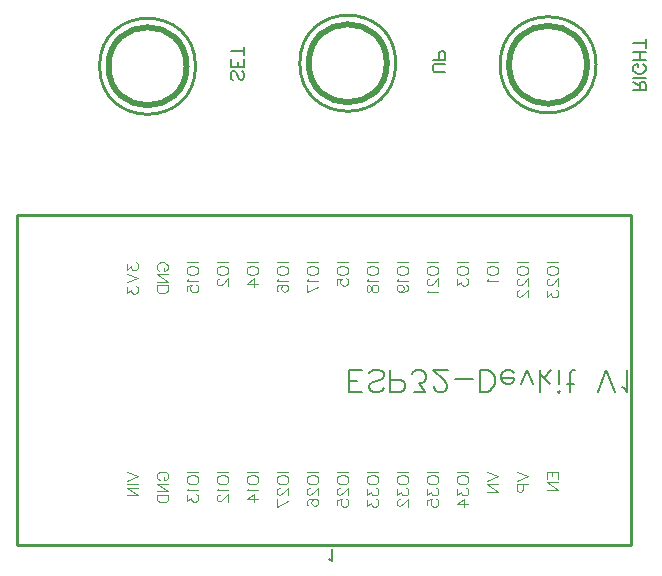
<source format=gbo>
G04 Layer: BottomSilkLayer*
G04 EasyEDA v6.4.25, 2021-12-28T21:41:51+00:00*
G04 Gerber Generator version 0.2*
G04 Scale: 100 percent, Rotated: No, Reflected: No *
G04 Dimensions in millimeters *
G04 leading zeros omitted , absolute positions ,4 integer and 5 decimal *
%FSLAX45Y45*%
%MOMM*%

%ADD10C,0.2540*%
%ADD24C,0.1524*%
%ADD25C,0.5000*%
%ADD26C,0.0813*%
%ADD27C,0.1544*%

%LPD*%
D24*
X2641600Y4439412D02*
G01*
X2652013Y4434078D01*
X2667508Y4418584D01*
X2667508Y4527550D01*
D26*
X927735Y6940118D02*
G01*
X927735Y6889318D01*
X964564Y6917004D01*
X964564Y6903034D01*
X969137Y6893890D01*
X973962Y6889318D01*
X987679Y6884746D01*
X996822Y6884746D01*
X1010793Y6889318D01*
X1019937Y6898462D01*
X1024762Y6912432D01*
X1024762Y6926148D01*
X1019937Y6940118D01*
X1015364Y6944690D01*
X1006220Y6949262D01*
X927735Y6854266D02*
G01*
X1024762Y6817182D01*
X927735Y6780352D02*
G01*
X1024762Y6817182D01*
X927735Y6740474D02*
G01*
X927735Y6689674D01*
X964564Y6717360D01*
X964564Y6703644D01*
X969137Y6694246D01*
X973962Y6689674D01*
X987679Y6685102D01*
X996822Y6685102D01*
X1010793Y6689674D01*
X1019937Y6699072D01*
X1024762Y6712788D01*
X1024762Y6726758D01*
X1019937Y6740474D01*
X1015364Y6745046D01*
X1006220Y6749872D01*
X1204848Y6879920D02*
G01*
X1195451Y6884746D01*
X1186306Y6893890D01*
X1181735Y6903034D01*
X1181735Y6921576D01*
X1186306Y6930720D01*
X1195451Y6940118D01*
X1204848Y6944690D01*
X1218564Y6949262D01*
X1241679Y6949262D01*
X1255648Y6944690D01*
X1264793Y6940118D01*
X1273937Y6930720D01*
X1278762Y6921576D01*
X1278762Y6903034D01*
X1273937Y6893890D01*
X1264793Y6884746D01*
X1255648Y6879920D01*
X1241679Y6879920D01*
X1241679Y6903034D02*
G01*
X1241679Y6879920D01*
X1181735Y6849440D02*
G01*
X1278762Y6849440D01*
X1181735Y6849440D02*
G01*
X1278762Y6784924D01*
X1181735Y6784924D02*
G01*
X1278762Y6784924D01*
X1181735Y6754444D02*
G01*
X1278762Y6754444D01*
X1181735Y6754444D02*
G01*
X1181735Y6722186D01*
X1186306Y6708216D01*
X1195451Y6699072D01*
X1204848Y6694246D01*
X1218564Y6689674D01*
X1241679Y6689674D01*
X1255648Y6694246D01*
X1264793Y6699072D01*
X1273937Y6708216D01*
X1278762Y6722186D01*
X1278762Y6754444D01*
X1435735Y6949262D02*
G01*
X1532762Y6949262D01*
X1435735Y6891096D02*
G01*
X1440306Y6900240D01*
X1449451Y6909638D01*
X1458848Y6914210D01*
X1472564Y6918782D01*
X1495679Y6918782D01*
X1509648Y6914210D01*
X1518793Y6909638D01*
X1527937Y6900240D01*
X1532762Y6891096D01*
X1532762Y6872554D01*
X1527937Y6863410D01*
X1518793Y6854266D01*
X1509648Y6849440D01*
X1495679Y6844868D01*
X1472564Y6844868D01*
X1458848Y6849440D01*
X1449451Y6854266D01*
X1440306Y6863410D01*
X1435735Y6872554D01*
X1435735Y6891096D01*
X1454022Y6814388D02*
G01*
X1449451Y6805244D01*
X1435735Y6791274D01*
X1532762Y6791274D01*
X1435735Y6705422D02*
G01*
X1435735Y6751650D01*
X1477137Y6756222D01*
X1472564Y6751650D01*
X1467993Y6737680D01*
X1467993Y6723964D01*
X1472564Y6709994D01*
X1481962Y6700850D01*
X1495679Y6696278D01*
X1504822Y6696278D01*
X1518793Y6700850D01*
X1527937Y6709994D01*
X1532762Y6723964D01*
X1532762Y6737680D01*
X1527937Y6751650D01*
X1523364Y6756222D01*
X1514220Y6760794D01*
X1689735Y6949262D02*
G01*
X1786762Y6949262D01*
X1689735Y6891096D02*
G01*
X1694306Y6900240D01*
X1703451Y6909638D01*
X1712848Y6914210D01*
X1726564Y6918782D01*
X1749679Y6918782D01*
X1763648Y6914210D01*
X1772793Y6909638D01*
X1781937Y6900240D01*
X1786762Y6891096D01*
X1786762Y6872554D01*
X1781937Y6863410D01*
X1772793Y6854266D01*
X1763648Y6849440D01*
X1749679Y6844868D01*
X1726564Y6844868D01*
X1712848Y6849440D01*
X1703451Y6854266D01*
X1694306Y6863410D01*
X1689735Y6872554D01*
X1689735Y6891096D01*
X1712848Y6809816D02*
G01*
X1708022Y6809816D01*
X1698879Y6805244D01*
X1694306Y6800672D01*
X1689735Y6791274D01*
X1689735Y6772986D01*
X1694306Y6763588D01*
X1698879Y6759016D01*
X1708022Y6754444D01*
X1717420Y6754444D01*
X1726564Y6759016D01*
X1740535Y6768160D01*
X1786762Y6814388D01*
X1786762Y6749872D01*
X1943734Y6949262D02*
G01*
X2040763Y6949262D01*
X1943734Y6891096D02*
G01*
X1948306Y6900240D01*
X1957450Y6909638D01*
X1966849Y6914210D01*
X1980565Y6918782D01*
X2003679Y6918782D01*
X2017649Y6914210D01*
X2026793Y6909638D01*
X2035936Y6900240D01*
X2040763Y6891096D01*
X2040763Y6872554D01*
X2035936Y6863410D01*
X2026793Y6854266D01*
X2017649Y6849440D01*
X2003679Y6844868D01*
X1980565Y6844868D01*
X1966849Y6849440D01*
X1957450Y6854266D01*
X1948306Y6863410D01*
X1943734Y6872554D01*
X1943734Y6891096D01*
X1943734Y6768160D02*
G01*
X2008250Y6814388D01*
X2008250Y6745046D01*
X1943734Y6768160D02*
G01*
X2040763Y6768160D01*
X2197734Y6949262D02*
G01*
X2294763Y6949262D01*
X2197734Y6891096D02*
G01*
X2202306Y6900240D01*
X2211450Y6909638D01*
X2220849Y6914210D01*
X2234565Y6918782D01*
X2257679Y6918782D01*
X2271649Y6914210D01*
X2280793Y6909638D01*
X2289936Y6900240D01*
X2294763Y6891096D01*
X2294763Y6872554D01*
X2289936Y6863410D01*
X2280793Y6854266D01*
X2271649Y6849440D01*
X2257679Y6844868D01*
X2234565Y6844868D01*
X2220849Y6849440D01*
X2211450Y6854266D01*
X2202306Y6863410D01*
X2197734Y6872554D01*
X2197734Y6891096D01*
X2216022Y6814388D02*
G01*
X2211450Y6805244D01*
X2197734Y6791274D01*
X2294763Y6791274D01*
X2211450Y6705422D02*
G01*
X2202306Y6709994D01*
X2197734Y6723964D01*
X2197734Y6733108D01*
X2202306Y6747078D01*
X2216022Y6756222D01*
X2239136Y6760794D01*
X2262250Y6760794D01*
X2280793Y6756222D01*
X2289936Y6747078D01*
X2294763Y6733108D01*
X2294763Y6728536D01*
X2289936Y6714566D01*
X2280793Y6705422D01*
X2266822Y6700850D01*
X2262250Y6700850D01*
X2248534Y6705422D01*
X2239136Y6714566D01*
X2234565Y6728536D01*
X2234565Y6733108D01*
X2239136Y6747078D01*
X2248534Y6756222D01*
X2262250Y6760794D01*
X2451734Y6949262D02*
G01*
X2548763Y6949262D01*
X2451734Y6891096D02*
G01*
X2456306Y6900240D01*
X2465450Y6909638D01*
X2474849Y6914210D01*
X2488565Y6918782D01*
X2511679Y6918782D01*
X2525649Y6914210D01*
X2534793Y6909638D01*
X2543936Y6900240D01*
X2548763Y6891096D01*
X2548763Y6872554D01*
X2543936Y6863410D01*
X2534793Y6854266D01*
X2525649Y6849440D01*
X2511679Y6844868D01*
X2488565Y6844868D01*
X2474849Y6849440D01*
X2465450Y6854266D01*
X2456306Y6863410D01*
X2451734Y6872554D01*
X2451734Y6891096D01*
X2470022Y6814388D02*
G01*
X2465450Y6805244D01*
X2451734Y6791274D01*
X2548763Y6791274D01*
X2451734Y6696278D02*
G01*
X2548763Y6742506D01*
X2451734Y6760794D02*
G01*
X2451734Y6696278D01*
X2705734Y6949262D02*
G01*
X2802763Y6949262D01*
X2705734Y6891096D02*
G01*
X2710306Y6900240D01*
X2719450Y6909638D01*
X2728849Y6914210D01*
X2742565Y6918782D01*
X2765679Y6918782D01*
X2779649Y6914210D01*
X2788793Y6909638D01*
X2797936Y6900240D01*
X2802763Y6891096D01*
X2802763Y6872554D01*
X2797936Y6863410D01*
X2788793Y6854266D01*
X2779649Y6849440D01*
X2765679Y6844868D01*
X2742565Y6844868D01*
X2728849Y6849440D01*
X2719450Y6854266D01*
X2710306Y6863410D01*
X2705734Y6872554D01*
X2705734Y6891096D01*
X2705734Y6759016D02*
G01*
X2705734Y6805244D01*
X2747136Y6809816D01*
X2742565Y6805244D01*
X2737993Y6791274D01*
X2737993Y6777558D01*
X2742565Y6763588D01*
X2751963Y6754444D01*
X2765679Y6749872D01*
X2774822Y6749872D01*
X2788793Y6754444D01*
X2797936Y6763588D01*
X2802763Y6777558D01*
X2802763Y6791274D01*
X2797936Y6805244D01*
X2793365Y6809816D01*
X2784220Y6814388D01*
X2959734Y6949262D02*
G01*
X3056763Y6949262D01*
X2959734Y6891096D02*
G01*
X2964306Y6900240D01*
X2973450Y6909638D01*
X2982849Y6914210D01*
X2996565Y6918782D01*
X3019679Y6918782D01*
X3033649Y6914210D01*
X3042793Y6909638D01*
X3051936Y6900240D01*
X3056763Y6891096D01*
X3056763Y6872554D01*
X3051936Y6863410D01*
X3042793Y6854266D01*
X3033649Y6849440D01*
X3019679Y6844868D01*
X2996565Y6844868D01*
X2982849Y6849440D01*
X2973450Y6854266D01*
X2964306Y6863410D01*
X2959734Y6872554D01*
X2959734Y6891096D01*
X2978022Y6814388D02*
G01*
X2973450Y6805244D01*
X2959734Y6791274D01*
X3056763Y6791274D01*
X2959734Y6737680D02*
G01*
X2964306Y6751650D01*
X2973450Y6756222D01*
X2982849Y6756222D01*
X2991993Y6751650D01*
X2996565Y6742506D01*
X3001136Y6723964D01*
X3005963Y6709994D01*
X3015106Y6700850D01*
X3024250Y6696278D01*
X3038220Y6696278D01*
X3047365Y6700850D01*
X3051936Y6705422D01*
X3056763Y6719392D01*
X3056763Y6737680D01*
X3051936Y6751650D01*
X3047365Y6756222D01*
X3038220Y6760794D01*
X3024250Y6760794D01*
X3015106Y6756222D01*
X3005963Y6747078D01*
X3001136Y6733108D01*
X2996565Y6714566D01*
X2991993Y6705422D01*
X2982849Y6700850D01*
X2973450Y6700850D01*
X2964306Y6705422D01*
X2959734Y6719392D01*
X2959734Y6737680D01*
X3213734Y6949262D02*
G01*
X3310763Y6949262D01*
X3213734Y6891096D02*
G01*
X3218306Y6900240D01*
X3227450Y6909638D01*
X3236849Y6914210D01*
X3250565Y6918782D01*
X3273679Y6918782D01*
X3287649Y6914210D01*
X3296793Y6909638D01*
X3305936Y6900240D01*
X3310763Y6891096D01*
X3310763Y6872554D01*
X3305936Y6863410D01*
X3296793Y6854266D01*
X3287649Y6849440D01*
X3273679Y6844868D01*
X3250565Y6844868D01*
X3236849Y6849440D01*
X3227450Y6854266D01*
X3218306Y6863410D01*
X3213734Y6872554D01*
X3213734Y6891096D01*
X3232022Y6814388D02*
G01*
X3227450Y6805244D01*
X3213734Y6791274D01*
X3310763Y6791274D01*
X3245993Y6700850D02*
G01*
X3259963Y6705422D01*
X3269106Y6714566D01*
X3273679Y6728536D01*
X3273679Y6733108D01*
X3269106Y6747078D01*
X3259963Y6756222D01*
X3245993Y6760794D01*
X3241420Y6760794D01*
X3227450Y6756222D01*
X3218306Y6747078D01*
X3213734Y6733108D01*
X3213734Y6728536D01*
X3218306Y6714566D01*
X3227450Y6705422D01*
X3245993Y6700850D01*
X3269106Y6700850D01*
X3292220Y6705422D01*
X3305936Y6714566D01*
X3310763Y6728536D01*
X3310763Y6737680D01*
X3305936Y6751650D01*
X3296793Y6756222D01*
X3467734Y6949262D02*
G01*
X3564763Y6949262D01*
X3467734Y6891096D02*
G01*
X3472306Y6900240D01*
X3481450Y6909638D01*
X3490849Y6914210D01*
X3504565Y6918782D01*
X3527679Y6918782D01*
X3541649Y6914210D01*
X3550793Y6909638D01*
X3559936Y6900240D01*
X3564763Y6891096D01*
X3564763Y6872554D01*
X3559936Y6863410D01*
X3550793Y6854266D01*
X3541649Y6849440D01*
X3527679Y6844868D01*
X3504565Y6844868D01*
X3490849Y6849440D01*
X3481450Y6854266D01*
X3472306Y6863410D01*
X3467734Y6872554D01*
X3467734Y6891096D01*
X3490849Y6809816D02*
G01*
X3486022Y6809816D01*
X3476879Y6805244D01*
X3472306Y6800672D01*
X3467734Y6791274D01*
X3467734Y6772986D01*
X3472306Y6763588D01*
X3476879Y6759016D01*
X3486022Y6754444D01*
X3495420Y6754444D01*
X3504565Y6759016D01*
X3518534Y6768160D01*
X3564763Y6814388D01*
X3564763Y6749872D01*
X3486022Y6719392D02*
G01*
X3481450Y6709994D01*
X3467734Y6696278D01*
X3564763Y6696278D01*
X3721734Y6949262D02*
G01*
X3818763Y6949262D01*
X3721734Y6891096D02*
G01*
X3726306Y6900240D01*
X3735450Y6909638D01*
X3744849Y6914210D01*
X3758565Y6918782D01*
X3781679Y6918782D01*
X3795649Y6914210D01*
X3804793Y6909638D01*
X3813936Y6900240D01*
X3818763Y6891096D01*
X3818763Y6872554D01*
X3813936Y6863410D01*
X3804793Y6854266D01*
X3795649Y6849440D01*
X3781679Y6844868D01*
X3758565Y6844868D01*
X3744849Y6849440D01*
X3735450Y6854266D01*
X3726306Y6863410D01*
X3721734Y6872554D01*
X3721734Y6891096D01*
X3721734Y6805244D02*
G01*
X3721734Y6754444D01*
X3758565Y6782130D01*
X3758565Y6768160D01*
X3763136Y6759016D01*
X3767963Y6754444D01*
X3781679Y6749872D01*
X3790822Y6749872D01*
X3804793Y6754444D01*
X3813936Y6763588D01*
X3818763Y6777558D01*
X3818763Y6791274D01*
X3813936Y6805244D01*
X3809365Y6809816D01*
X3800220Y6814388D01*
X3975734Y6949262D02*
G01*
X4072763Y6949262D01*
X3975734Y6891096D02*
G01*
X3980306Y6900240D01*
X3989450Y6909638D01*
X3998849Y6914210D01*
X4012565Y6918782D01*
X4035679Y6918782D01*
X4049649Y6914210D01*
X4058793Y6909638D01*
X4067936Y6900240D01*
X4072763Y6891096D01*
X4072763Y6872554D01*
X4067936Y6863410D01*
X4058793Y6854266D01*
X4049649Y6849440D01*
X4035679Y6844868D01*
X4012565Y6844868D01*
X3998849Y6849440D01*
X3989450Y6854266D01*
X3980306Y6863410D01*
X3975734Y6872554D01*
X3975734Y6891096D01*
X3994022Y6814388D02*
G01*
X3989450Y6805244D01*
X3975734Y6791274D01*
X4072763Y6791274D01*
X4229734Y6949262D02*
G01*
X4326763Y6949262D01*
X4229734Y6891096D02*
G01*
X4234306Y6900240D01*
X4243450Y6909638D01*
X4252849Y6914210D01*
X4266565Y6918782D01*
X4289679Y6918782D01*
X4303649Y6914210D01*
X4312793Y6909638D01*
X4321936Y6900240D01*
X4326763Y6891096D01*
X4326763Y6872554D01*
X4321936Y6863410D01*
X4312793Y6854266D01*
X4303649Y6849440D01*
X4289679Y6844868D01*
X4266565Y6844868D01*
X4252849Y6849440D01*
X4243450Y6854266D01*
X4234306Y6863410D01*
X4229734Y6872554D01*
X4229734Y6891096D01*
X4252849Y6809816D02*
G01*
X4248022Y6809816D01*
X4238879Y6805244D01*
X4234306Y6800672D01*
X4229734Y6791274D01*
X4229734Y6772986D01*
X4234306Y6763588D01*
X4238879Y6759016D01*
X4248022Y6754444D01*
X4257420Y6754444D01*
X4266565Y6759016D01*
X4280534Y6768160D01*
X4326763Y6814388D01*
X4326763Y6749872D01*
X4252849Y6714566D02*
G01*
X4248022Y6714566D01*
X4238879Y6709994D01*
X4234306Y6705422D01*
X4229734Y6696278D01*
X4229734Y6677736D01*
X4234306Y6668592D01*
X4238879Y6663766D01*
X4248022Y6659194D01*
X4257420Y6659194D01*
X4266565Y6663766D01*
X4280534Y6673164D01*
X4326763Y6719392D01*
X4326763Y6654622D01*
X4483734Y6949262D02*
G01*
X4580763Y6949262D01*
X4483734Y6891096D02*
G01*
X4488306Y6900240D01*
X4497450Y6909638D01*
X4506849Y6914210D01*
X4520565Y6918782D01*
X4543679Y6918782D01*
X4557649Y6914210D01*
X4566793Y6909638D01*
X4575936Y6900240D01*
X4580763Y6891096D01*
X4580763Y6872554D01*
X4575936Y6863410D01*
X4566793Y6854266D01*
X4557649Y6849440D01*
X4543679Y6844868D01*
X4520565Y6844868D01*
X4506849Y6849440D01*
X4497450Y6854266D01*
X4488306Y6863410D01*
X4483734Y6872554D01*
X4483734Y6891096D01*
X4506849Y6809816D02*
G01*
X4502022Y6809816D01*
X4492879Y6805244D01*
X4488306Y6800672D01*
X4483734Y6791274D01*
X4483734Y6772986D01*
X4488306Y6763588D01*
X4492879Y6759016D01*
X4502022Y6754444D01*
X4511420Y6754444D01*
X4520565Y6759016D01*
X4534534Y6768160D01*
X4580763Y6814388D01*
X4580763Y6749872D01*
X4483734Y6709994D02*
G01*
X4483734Y6659194D01*
X4520565Y6686880D01*
X4520565Y6673164D01*
X4525136Y6663766D01*
X4529963Y6659194D01*
X4543679Y6654622D01*
X4552822Y6654622D01*
X4566793Y6659194D01*
X4575936Y6668592D01*
X4580763Y6682308D01*
X4580763Y6696278D01*
X4575936Y6709994D01*
X4571365Y6714566D01*
X4562220Y6719392D01*
X929563Y5177256D02*
G01*
X1026591Y5140426D01*
X929563Y5103342D02*
G01*
X1026591Y5140426D01*
X929563Y5072862D02*
G01*
X1026591Y5072862D01*
X929563Y5042382D02*
G01*
X1026591Y5042382D01*
X929563Y5042382D02*
G01*
X1026591Y4977866D01*
X929563Y4977866D02*
G01*
X1026591Y4977866D01*
X1206677Y5107914D02*
G01*
X1197533Y5112740D01*
X1188389Y5121884D01*
X1183563Y5131028D01*
X1183563Y5149570D01*
X1188389Y5158714D01*
X1197533Y5168112D01*
X1206677Y5172684D01*
X1220647Y5177256D01*
X1243761Y5177256D01*
X1257477Y5172684D01*
X1266875Y5168112D01*
X1276019Y5158714D01*
X1280591Y5149570D01*
X1280591Y5131028D01*
X1276019Y5121884D01*
X1266875Y5112740D01*
X1257477Y5107914D01*
X1243761Y5107914D01*
X1243761Y5131028D02*
G01*
X1243761Y5107914D01*
X1183563Y5077434D02*
G01*
X1280591Y5077434D01*
X1183563Y5077434D02*
G01*
X1280591Y5012918D01*
X1183563Y5012918D02*
G01*
X1280591Y5012918D01*
X1183563Y4982438D02*
G01*
X1280591Y4982438D01*
X1183563Y4982438D02*
G01*
X1183563Y4950180D01*
X1188389Y4936210D01*
X1197533Y4927066D01*
X1206677Y4922494D01*
X1220647Y4917668D01*
X1243761Y4917668D01*
X1257477Y4922494D01*
X1266875Y4927066D01*
X1276019Y4936210D01*
X1280591Y4950180D01*
X1280591Y4982438D01*
X1437563Y5177256D02*
G01*
X1534591Y5177256D01*
X1437563Y5119090D02*
G01*
X1442389Y5128234D01*
X1451533Y5137632D01*
X1460677Y5142204D01*
X1474647Y5146776D01*
X1497761Y5146776D01*
X1511477Y5142204D01*
X1520875Y5137632D01*
X1530019Y5128234D01*
X1534591Y5119090D01*
X1534591Y5100548D01*
X1530019Y5091404D01*
X1520875Y5082260D01*
X1511477Y5077434D01*
X1497761Y5072862D01*
X1474647Y5072862D01*
X1460677Y5077434D01*
X1451533Y5082260D01*
X1442389Y5091404D01*
X1437563Y5100548D01*
X1437563Y5119090D01*
X1456105Y5042382D02*
G01*
X1451533Y5033238D01*
X1437563Y5019268D01*
X1534591Y5019268D01*
X1437563Y4979644D02*
G01*
X1437563Y4928844D01*
X1474647Y4956530D01*
X1474647Y4942814D01*
X1479219Y4933416D01*
X1483791Y4928844D01*
X1497761Y4924272D01*
X1506905Y4924272D01*
X1520875Y4928844D01*
X1530019Y4937988D01*
X1534591Y4951958D01*
X1534591Y4965674D01*
X1530019Y4979644D01*
X1525447Y4984216D01*
X1516303Y4988788D01*
X1691563Y5177256D02*
G01*
X1788591Y5177256D01*
X1691563Y5119090D02*
G01*
X1696389Y5128234D01*
X1705533Y5137632D01*
X1714677Y5142204D01*
X1728647Y5146776D01*
X1751761Y5146776D01*
X1765477Y5142204D01*
X1774875Y5137632D01*
X1784019Y5128234D01*
X1788591Y5119090D01*
X1788591Y5100548D01*
X1784019Y5091404D01*
X1774875Y5082260D01*
X1765477Y5077434D01*
X1751761Y5072862D01*
X1728647Y5072862D01*
X1714677Y5077434D01*
X1705533Y5082260D01*
X1696389Y5091404D01*
X1691563Y5100548D01*
X1691563Y5119090D01*
X1710105Y5042382D02*
G01*
X1705533Y5033238D01*
X1691563Y5019268D01*
X1788591Y5019268D01*
X1714677Y4984216D02*
G01*
X1710105Y4984216D01*
X1700961Y4979644D01*
X1696389Y4975072D01*
X1691563Y4965674D01*
X1691563Y4947386D01*
X1696389Y4937988D01*
X1700961Y4933416D01*
X1710105Y4928844D01*
X1719503Y4928844D01*
X1728647Y4933416D01*
X1742363Y4942814D01*
X1788591Y4988788D01*
X1788591Y4924272D01*
X1945563Y5177256D02*
G01*
X2042591Y5177256D01*
X1945563Y5119090D02*
G01*
X1950389Y5128234D01*
X1959533Y5137632D01*
X1968677Y5142204D01*
X1982647Y5146776D01*
X2005761Y5146776D01*
X2019477Y5142204D01*
X2028875Y5137632D01*
X2038019Y5128234D01*
X2042591Y5119090D01*
X2042591Y5100548D01*
X2038019Y5091404D01*
X2028875Y5082260D01*
X2019477Y5077434D01*
X2005761Y5072862D01*
X1982647Y5072862D01*
X1968677Y5077434D01*
X1959533Y5082260D01*
X1950389Y5091404D01*
X1945563Y5100548D01*
X1945563Y5119090D01*
X1964105Y5042382D02*
G01*
X1959533Y5033238D01*
X1945563Y5019268D01*
X2042591Y5019268D01*
X1945563Y4942814D02*
G01*
X2010333Y4988788D01*
X2010333Y4919700D01*
X1945563Y4942814D02*
G01*
X2042591Y4942814D01*
X2199563Y5177256D02*
G01*
X2296591Y5177256D01*
X2199563Y5119090D02*
G01*
X2204389Y5128234D01*
X2213533Y5137632D01*
X2222677Y5142204D01*
X2236647Y5146776D01*
X2259761Y5146776D01*
X2273477Y5142204D01*
X2282875Y5137632D01*
X2292019Y5128234D01*
X2296591Y5119090D01*
X2296591Y5100548D01*
X2292019Y5091404D01*
X2282875Y5082260D01*
X2273477Y5077434D01*
X2259761Y5072862D01*
X2236647Y5072862D01*
X2222677Y5077434D01*
X2213533Y5082260D01*
X2204389Y5091404D01*
X2199563Y5100548D01*
X2199563Y5119090D01*
X2222677Y5037810D02*
G01*
X2218105Y5037810D01*
X2208961Y5033238D01*
X2204389Y5028666D01*
X2199563Y5019268D01*
X2199563Y5000980D01*
X2204389Y4991582D01*
X2208961Y4987010D01*
X2218105Y4982438D01*
X2227503Y4982438D01*
X2236647Y4987010D01*
X2250363Y4996154D01*
X2296591Y5042382D01*
X2296591Y4977866D01*
X2199563Y4882616D02*
G01*
X2296591Y4928844D01*
X2199563Y4947386D02*
G01*
X2199563Y4882616D01*
X2453563Y5177256D02*
G01*
X2550591Y5177256D01*
X2453563Y5119090D02*
G01*
X2458389Y5128234D01*
X2467533Y5137632D01*
X2476677Y5142204D01*
X2490647Y5146776D01*
X2513761Y5146776D01*
X2527477Y5142204D01*
X2536875Y5137632D01*
X2546019Y5128234D01*
X2550591Y5119090D01*
X2550591Y5100548D01*
X2546019Y5091404D01*
X2536875Y5082260D01*
X2527477Y5077434D01*
X2513761Y5072862D01*
X2490647Y5072862D01*
X2476677Y5077434D01*
X2467533Y5082260D01*
X2458389Y5091404D01*
X2453563Y5100548D01*
X2453563Y5119090D01*
X2476677Y5037810D02*
G01*
X2472105Y5037810D01*
X2462961Y5033238D01*
X2458389Y5028666D01*
X2453563Y5019268D01*
X2453563Y5000980D01*
X2458389Y4991582D01*
X2462961Y4987010D01*
X2472105Y4982438D01*
X2481503Y4982438D01*
X2490647Y4987010D01*
X2504363Y4996154D01*
X2550591Y5042382D01*
X2550591Y4977866D01*
X2467533Y4892014D02*
G01*
X2458389Y4896586D01*
X2453563Y4910302D01*
X2453563Y4919700D01*
X2458389Y4933416D01*
X2472105Y4942814D01*
X2495219Y4947386D01*
X2518333Y4947386D01*
X2536875Y4942814D01*
X2546019Y4933416D01*
X2550591Y4919700D01*
X2550591Y4914874D01*
X2546019Y4901158D01*
X2536875Y4892014D01*
X2522905Y4887188D01*
X2518333Y4887188D01*
X2504363Y4892014D01*
X2495219Y4901158D01*
X2490647Y4914874D01*
X2490647Y4919700D01*
X2495219Y4933416D01*
X2504363Y4942814D01*
X2518333Y4947386D01*
X2707563Y5177256D02*
G01*
X2804591Y5177256D01*
X2707563Y5119090D02*
G01*
X2712389Y5128234D01*
X2721533Y5137632D01*
X2730677Y5142204D01*
X2744647Y5146776D01*
X2767761Y5146776D01*
X2781477Y5142204D01*
X2790875Y5137632D01*
X2800019Y5128234D01*
X2804591Y5119090D01*
X2804591Y5100548D01*
X2800019Y5091404D01*
X2790875Y5082260D01*
X2781477Y5077434D01*
X2767761Y5072862D01*
X2744647Y5072862D01*
X2730677Y5077434D01*
X2721533Y5082260D01*
X2712389Y5091404D01*
X2707563Y5100548D01*
X2707563Y5119090D01*
X2730677Y5037810D02*
G01*
X2726105Y5037810D01*
X2716961Y5033238D01*
X2712389Y5028666D01*
X2707563Y5019268D01*
X2707563Y5000980D01*
X2712389Y4991582D01*
X2716961Y4987010D01*
X2726105Y4982438D01*
X2735503Y4982438D01*
X2744647Y4987010D01*
X2758363Y4996154D01*
X2804591Y5042382D01*
X2804591Y4977866D01*
X2707563Y4892014D02*
G01*
X2707563Y4937988D01*
X2749219Y4942814D01*
X2744647Y4937988D01*
X2740075Y4924272D01*
X2740075Y4910302D01*
X2744647Y4896586D01*
X2753791Y4887188D01*
X2767761Y4882616D01*
X2776905Y4882616D01*
X2790875Y4887188D01*
X2800019Y4896586D01*
X2804591Y4910302D01*
X2804591Y4924272D01*
X2800019Y4937988D01*
X2795447Y4942814D01*
X2786303Y4947386D01*
X2961563Y5177256D02*
G01*
X3058591Y5177256D01*
X2961563Y5119090D02*
G01*
X2966389Y5128234D01*
X2975533Y5137632D01*
X2984677Y5142204D01*
X2998647Y5146776D01*
X3021761Y5146776D01*
X3035477Y5142204D01*
X3044875Y5137632D01*
X3054019Y5128234D01*
X3058591Y5119090D01*
X3058591Y5100548D01*
X3054019Y5091404D01*
X3044875Y5082260D01*
X3035477Y5077434D01*
X3021761Y5072862D01*
X2998647Y5072862D01*
X2984677Y5077434D01*
X2975533Y5082260D01*
X2966389Y5091404D01*
X2961563Y5100548D01*
X2961563Y5119090D01*
X2961563Y5033238D02*
G01*
X2961563Y4982438D01*
X2998647Y5010124D01*
X2998647Y4996154D01*
X3003219Y4987010D01*
X3007791Y4982438D01*
X3021761Y4977866D01*
X3030905Y4977866D01*
X3044875Y4982438D01*
X3054019Y4991582D01*
X3058591Y5005552D01*
X3058591Y5019268D01*
X3054019Y5033238D01*
X3049447Y5037810D01*
X3040303Y5042382D01*
X2961563Y4937988D02*
G01*
X2961563Y4887188D01*
X2998647Y4914874D01*
X2998647Y4901158D01*
X3003219Y4892014D01*
X3007791Y4887188D01*
X3021761Y4882616D01*
X3030905Y4882616D01*
X3044875Y4887188D01*
X3054019Y4896586D01*
X3058591Y4910302D01*
X3058591Y4924272D01*
X3054019Y4937988D01*
X3049447Y4942814D01*
X3040303Y4947386D01*
X3215563Y5177256D02*
G01*
X3312591Y5177256D01*
X3215563Y5119090D02*
G01*
X3220389Y5128234D01*
X3229533Y5137632D01*
X3238677Y5142204D01*
X3252647Y5146776D01*
X3275761Y5146776D01*
X3289477Y5142204D01*
X3298875Y5137632D01*
X3308019Y5128234D01*
X3312591Y5119090D01*
X3312591Y5100548D01*
X3308019Y5091404D01*
X3298875Y5082260D01*
X3289477Y5077434D01*
X3275761Y5072862D01*
X3252647Y5072862D01*
X3238677Y5077434D01*
X3229533Y5082260D01*
X3220389Y5091404D01*
X3215563Y5100548D01*
X3215563Y5119090D01*
X3215563Y5033238D02*
G01*
X3215563Y4982438D01*
X3252647Y5010124D01*
X3252647Y4996154D01*
X3257219Y4987010D01*
X3261791Y4982438D01*
X3275761Y4977866D01*
X3284905Y4977866D01*
X3298875Y4982438D01*
X3308019Y4991582D01*
X3312591Y5005552D01*
X3312591Y5019268D01*
X3308019Y5033238D01*
X3303447Y5037810D01*
X3294303Y5042382D01*
X3238677Y4942814D02*
G01*
X3234105Y4942814D01*
X3224961Y4937988D01*
X3220389Y4933416D01*
X3215563Y4924272D01*
X3215563Y4905730D01*
X3220389Y4896586D01*
X3224961Y4892014D01*
X3234105Y4887188D01*
X3243503Y4887188D01*
X3252647Y4892014D01*
X3266363Y4901158D01*
X3312591Y4947386D01*
X3312591Y4882616D01*
X3469563Y5177256D02*
G01*
X3566591Y5177256D01*
X3469563Y5119090D02*
G01*
X3474389Y5128234D01*
X3483533Y5137632D01*
X3492677Y5142204D01*
X3506647Y5146776D01*
X3529761Y5146776D01*
X3543477Y5142204D01*
X3552875Y5137632D01*
X3562019Y5128234D01*
X3566591Y5119090D01*
X3566591Y5100548D01*
X3562019Y5091404D01*
X3552875Y5082260D01*
X3543477Y5077434D01*
X3529761Y5072862D01*
X3506647Y5072862D01*
X3492677Y5077434D01*
X3483533Y5082260D01*
X3474389Y5091404D01*
X3469563Y5100548D01*
X3469563Y5119090D01*
X3469563Y5033238D02*
G01*
X3469563Y4982438D01*
X3506647Y5010124D01*
X3506647Y4996154D01*
X3511219Y4987010D01*
X3515791Y4982438D01*
X3529761Y4977866D01*
X3538905Y4977866D01*
X3552875Y4982438D01*
X3562019Y4991582D01*
X3566591Y5005552D01*
X3566591Y5019268D01*
X3562019Y5033238D01*
X3557447Y5037810D01*
X3548303Y5042382D01*
X3469563Y4892014D02*
G01*
X3469563Y4937988D01*
X3511219Y4942814D01*
X3506647Y4937988D01*
X3502075Y4924272D01*
X3502075Y4910302D01*
X3506647Y4896586D01*
X3515791Y4887188D01*
X3529761Y4882616D01*
X3538905Y4882616D01*
X3552875Y4887188D01*
X3562019Y4896586D01*
X3566591Y4910302D01*
X3566591Y4924272D01*
X3562019Y4937988D01*
X3557447Y4942814D01*
X3548303Y4947386D01*
X3723563Y5177256D02*
G01*
X3820591Y5177256D01*
X3723563Y5119090D02*
G01*
X3728389Y5128234D01*
X3737533Y5137632D01*
X3746677Y5142204D01*
X3760647Y5146776D01*
X3783761Y5146776D01*
X3797477Y5142204D01*
X3806875Y5137632D01*
X3816019Y5128234D01*
X3820591Y5119090D01*
X3820591Y5100548D01*
X3816019Y5091404D01*
X3806875Y5082260D01*
X3797477Y5077434D01*
X3783761Y5072862D01*
X3760647Y5072862D01*
X3746677Y5077434D01*
X3737533Y5082260D01*
X3728389Y5091404D01*
X3723563Y5100548D01*
X3723563Y5119090D01*
X3723563Y5033238D02*
G01*
X3723563Y4982438D01*
X3760647Y5010124D01*
X3760647Y4996154D01*
X3765219Y4987010D01*
X3769791Y4982438D01*
X3783761Y4977866D01*
X3792905Y4977866D01*
X3806875Y4982438D01*
X3816019Y4991582D01*
X3820591Y5005552D01*
X3820591Y5019268D01*
X3816019Y5033238D01*
X3811447Y5037810D01*
X3802303Y5042382D01*
X3723563Y4901158D02*
G01*
X3788333Y4947386D01*
X3788333Y4878044D01*
X3723563Y4901158D02*
G01*
X3820591Y4901158D01*
X3977563Y5177256D02*
G01*
X4074591Y5140426D01*
X3977563Y5103342D02*
G01*
X4074591Y5140426D01*
X3977563Y5072862D02*
G01*
X4074591Y5072862D01*
X3977563Y5072862D02*
G01*
X4074591Y5008346D01*
X3977563Y5008346D02*
G01*
X4074591Y5008346D01*
X4231563Y5177256D02*
G01*
X4328591Y5140426D01*
X4231563Y5103342D02*
G01*
X4328591Y5140426D01*
X4231563Y5072862D02*
G01*
X4328591Y5072862D01*
X4231563Y5072862D02*
G01*
X4231563Y5031460D01*
X4236389Y5017490D01*
X4240961Y5012918D01*
X4250105Y5008346D01*
X4264075Y5008346D01*
X4273219Y5012918D01*
X4277791Y5017490D01*
X4282363Y5031460D01*
X4282363Y5072862D01*
X4485563Y5177256D02*
G01*
X4582591Y5177256D01*
X4485563Y5177256D02*
G01*
X4485563Y5117312D01*
X4531791Y5177256D02*
G01*
X4531791Y5140426D01*
X4582591Y5177256D02*
G01*
X4582591Y5117312D01*
X4485563Y5086832D02*
G01*
X4582591Y5086832D01*
X4485563Y5086832D02*
G01*
X4582591Y5022062D01*
X4485563Y5022062D02*
G01*
X4582591Y5022062D01*
D27*
X2808986Y5855970D02*
G01*
X2808986Y6040373D01*
X2808986Y5855970D02*
G01*
X2923031Y5855970D01*
X2808986Y5943854D02*
G01*
X2879090Y5943854D01*
X2808986Y6040373D02*
G01*
X2923031Y6040373D01*
X3103879Y5882386D02*
G01*
X3086354Y5864860D01*
X3059938Y5855970D01*
X3024886Y5855970D01*
X2998470Y5864860D01*
X2980943Y5882386D01*
X2980943Y5899912D01*
X2989834Y5917437D01*
X2998470Y5926073D01*
X3015995Y5934963D01*
X3068827Y5952489D01*
X3086354Y5961379D01*
X3094990Y5970015D01*
X3103879Y5987542D01*
X3103879Y6013957D01*
X3086354Y6031484D01*
X3059938Y6040373D01*
X3024886Y6040373D01*
X2998470Y6031484D01*
X2980943Y6013957D01*
X3161791Y5855970D02*
G01*
X3161791Y6040373D01*
X3161791Y5855970D02*
G01*
X3240786Y5855970D01*
X3266947Y5864860D01*
X3275838Y5873495D01*
X3284474Y5891021D01*
X3284474Y5917437D01*
X3275838Y5934963D01*
X3266947Y5943854D01*
X3240786Y5952489D01*
X3161791Y5952489D01*
X3360165Y5855970D02*
G01*
X3456686Y5855970D01*
X3403854Y5926073D01*
X3430270Y5926073D01*
X3447795Y5934963D01*
X3456686Y5943854D01*
X3465322Y5970015D01*
X3465322Y5987542D01*
X3456686Y6013957D01*
X3438906Y6031484D01*
X3412743Y6040373D01*
X3386327Y6040373D01*
X3360165Y6031484D01*
X3351275Y6022594D01*
X3342386Y6005068D01*
X3532124Y5899912D02*
G01*
X3532124Y5891021D01*
X3540759Y5873495D01*
X3549650Y5864860D01*
X3567175Y5855970D01*
X3602227Y5855970D01*
X3619754Y5864860D01*
X3628643Y5873495D01*
X3637279Y5891021D01*
X3637279Y5908547D01*
X3628643Y5926073D01*
X3611118Y5952489D01*
X3523234Y6040373D01*
X3646170Y6040373D01*
X3704081Y5961379D02*
G01*
X3862070Y5961379D01*
X3919981Y5855970D02*
G01*
X3919981Y6040373D01*
X3919981Y5855970D02*
G01*
X3981195Y5855970D01*
X4007611Y5864860D01*
X4025138Y5882386D01*
X4034027Y5899912D01*
X4042663Y5926073D01*
X4042663Y5970015D01*
X4034027Y5996431D01*
X4025138Y6013957D01*
X4007611Y6031484D01*
X3981195Y6040373D01*
X3919981Y6040373D01*
X4100575Y5970015D02*
G01*
X4205986Y5970015D01*
X4205986Y5952489D01*
X4197095Y5934963D01*
X4188459Y5926073D01*
X4170934Y5917437D01*
X4144518Y5917437D01*
X4126991Y5926073D01*
X4109465Y5943854D01*
X4100575Y5970015D01*
X4100575Y5987542D01*
X4109465Y6013957D01*
X4126991Y6031484D01*
X4144518Y6040373D01*
X4170934Y6040373D01*
X4188459Y6031484D01*
X4205986Y6013957D01*
X4263897Y5917437D02*
G01*
X4316475Y6040373D01*
X4369054Y5917437D02*
G01*
X4316475Y6040373D01*
X4426965Y5855970D02*
G01*
X4426965Y6040373D01*
X4514850Y5917437D02*
G01*
X4426965Y6005068D01*
X4462018Y5970015D02*
G01*
X4523486Y6040373D01*
X4581397Y5855970D02*
G01*
X4590288Y5864860D01*
X4598924Y5855970D01*
X4590288Y5847334D01*
X4581397Y5855970D01*
X4590288Y5917437D02*
G01*
X4590288Y6040373D01*
X4683252Y5855970D02*
G01*
X4683252Y6005068D01*
X4692141Y6031484D01*
X4709668Y6040373D01*
X4727193Y6040373D01*
X4656836Y5917437D02*
G01*
X4718304Y5917437D01*
X4920234Y5855970D02*
G01*
X4990338Y6040373D01*
X5060441Y5855970D02*
G01*
X4990338Y6040373D01*
X5118354Y5891021D02*
G01*
X5136134Y5882386D01*
X5162295Y5855970D01*
X5162295Y6040373D01*
D24*
X1903153Y8569035D02*
G01*
X1913544Y8558644D01*
X1918738Y8543058D01*
X1918738Y8522276D01*
X1913544Y8506691D01*
X1903153Y8496300D01*
X1892762Y8496300D01*
X1882371Y8501494D01*
X1877174Y8506691D01*
X1871979Y8517082D01*
X1861588Y8548255D01*
X1856394Y8558644D01*
X1851197Y8563841D01*
X1840806Y8569035D01*
X1825221Y8569035D01*
X1814829Y8558644D01*
X1809635Y8543058D01*
X1809635Y8522276D01*
X1814829Y8506691D01*
X1825221Y8496300D01*
X1918738Y8603325D02*
G01*
X1809635Y8603325D01*
X1918738Y8603325D02*
G01*
X1918738Y8670866D01*
X1866785Y8603325D02*
G01*
X1866785Y8644889D01*
X1809635Y8603325D02*
G01*
X1809635Y8670866D01*
X1918738Y8741524D02*
G01*
X1809635Y8741524D01*
X1918738Y8705156D02*
G01*
X1918738Y8777894D01*
X3626888Y8559800D02*
G01*
X3548956Y8559800D01*
X3533371Y8564994D01*
X3522979Y8575385D01*
X3517785Y8590973D01*
X3517785Y8601364D01*
X3522979Y8616950D01*
X3533371Y8627341D01*
X3548956Y8632535D01*
X3626888Y8632535D01*
X3626888Y8666825D02*
G01*
X3517785Y8666825D01*
X3626888Y8666825D02*
G01*
X3626888Y8713584D01*
X3621694Y8729172D01*
X3616497Y8734366D01*
X3606106Y8739563D01*
X3590521Y8739563D01*
X3580129Y8734366D01*
X3574935Y8729172D01*
X3569738Y8713584D01*
X3569738Y8666825D01*
X5322338Y8407400D02*
G01*
X5213235Y8407400D01*
X5322338Y8407400D02*
G01*
X5322338Y8454158D01*
X5317144Y8469744D01*
X5311947Y8474941D01*
X5301556Y8480135D01*
X5291165Y8480135D01*
X5280774Y8474941D01*
X5275579Y8469744D01*
X5270385Y8454158D01*
X5270385Y8407400D01*
X5270385Y8443767D02*
G01*
X5213235Y8480135D01*
X5322338Y8514425D02*
G01*
X5213235Y8514425D01*
X5296362Y8626647D02*
G01*
X5306753Y8621453D01*
X5317144Y8611062D01*
X5322338Y8600671D01*
X5322338Y8579888D01*
X5317144Y8569497D01*
X5306753Y8559106D01*
X5296362Y8553912D01*
X5280774Y8548715D01*
X5254797Y8548715D01*
X5239212Y8553912D01*
X5228821Y8559106D01*
X5218429Y8569497D01*
X5213235Y8579888D01*
X5213235Y8600671D01*
X5218429Y8611062D01*
X5228821Y8621453D01*
X5239212Y8626647D01*
X5254797Y8626647D01*
X5254797Y8600671D02*
G01*
X5254797Y8626647D01*
X5322338Y8660937D02*
G01*
X5213235Y8660937D01*
X5322338Y8733675D02*
G01*
X5213235Y8733675D01*
X5270385Y8660937D02*
G01*
X5270385Y8733675D01*
X5322338Y8804333D02*
G01*
X5213235Y8804333D01*
X5322338Y8767965D02*
G01*
X5322338Y8840701D01*
D10*
X2006Y4559300D02*
G01*
X5201996Y4559300D01*
X5201996Y7349286D01*
X2006Y7349286D01*
X2006Y4559300D01*
G75*
G01
X1511300Y8610600D02*
G03X1511300Y8610600I-406400J0D01*
D25*
G75*
G01
X1435100Y8610600D02*
G03X1435100Y8610600I-330200J0D01*
D10*
G75*
G01
X3206750Y8636000D02*
G03X3206750Y8636000I-406400J0D01*
D25*
G75*
G01
X3130550Y8636000D02*
G03X3130550Y8636000I-330200J0D01*
D10*
G75*
G01
X4902200Y8623300D02*
G03X4902200Y8623300I-406400J0D01*
D25*
G75*
G01
X4826000Y8623300D02*
G03X4826000Y8623300I-330200J0D01*
M02*

</source>
